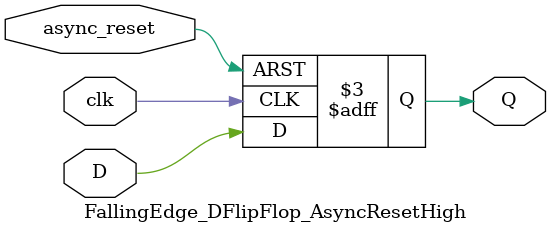
<source format=v>
module FallingEdge_DFlipFlop_AsyncResetHigh(D,clk,async_reset,Q);
input D; // Data input 
input clk; // clock input 
input async_reset; // asynchronous reset high level 
output reg Q; // output Q 
always @(negedge clk or posedge async_reset) 
	begin
		if(async_reset==1'b1)
			Q <= 1'b0; 
		else 
			Q <= D; 
	end 
endmodule 

</source>
